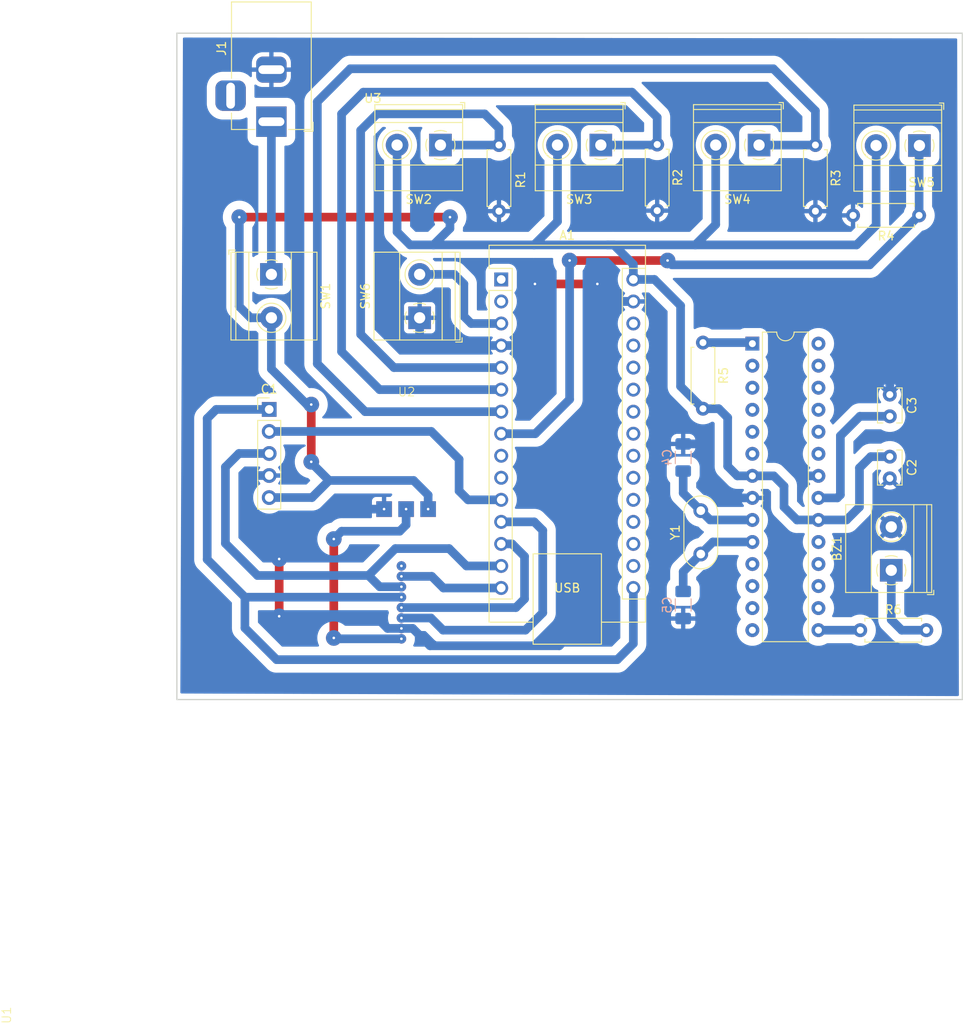
<source format=kicad_pcb>
(kicad_pcb (version 20221018) (generator pcbnew)
  (layers (0 "F.Cu" signal) (31 "B.Cu" signal) (34 "B.Paste" user) (35 "F.Paste" user) (36 "B.SilkS" user "B.Silkscreen") (37 "F.SilkS" user "F.Silkscreen") (38 "B.Mask" user) (39 "F.Mask" user) (44 "Edge.Cuts" user))
  (net 0 "")
  (net 3 "/B-RES")
  (net 4 "GND")
  (net 5 "/B-SD")
  (net 6 "/B-OPT")
  (net 7 "/B-SL")
  (net 8 "/B-SV")
  (net 11 "/CS ")
  (net 12 "/CE")
  (net 13 "/CSN")
  (net 14 "/MOSI")
  (net 15 "/MISO")
  (net 16 "/SCK")
  (net 28 "+5V")
  (net 29 "Net-(BZ1--)")
  (net 30 "Net-(U3-AREF)")
  (net 31 "Net-(U3-XTAL1{slash}PB6)")
  (net 32 "Net-(U3-XTAL2{slash}PB7)")
  (net 33 "Net-(SW1-A)")
  (net 34 "Net-(U3-~{RESET}{slash}PC6)")
  (net 35 "/BUZZ")
  (net 36 "+3.3V")
  (footprint "Resistor_THT:R_Axial_DIN0207_L6.3mm_D2.5mm_P7.62mm_Horizontal" (layer "F.Cu") (at 148.78 113.96 -90)
    (fp_text reference "R5" (at 3.81 -2.37 90) (layer "F.SilkS"))
    (fp_text value "10k")
    (pad "1" thru_hole circle (at 0 0 270) (size 1.6 1.6) (drill 0.8) (layers "*.Cu" "*.Mask") (net 34 "Net-(U3-~{RESET}{slash}PC6)"))
    (pad "2" thru_hole oval (at 7.62 0 270) (size 1.6 1.6) (drill 0.8) (layers "*.Cu" "*.Mask") (net 28 "+5V"))
  )
  (footprint "Package_DIP:DIP-28_W7.62mm" (layer "F.Cu") (at 154.48 114.08)
    (fp_text reference "U3" (at -43.77 -28.27) (layer "F.SilkS"))
    (fp_text value "ATmega328P-P")
    (pad "1" thru_hole rect (at 0 0) (size 1.6 1.6) (drill 0.8) (layers "*.Cu" "*.Mask") (net 34 "Net-(U3-~{RESET}{slash}PC6)"))
    (pad "2" thru_hole oval (at 0 2.54) (size 1.6 1.6) (drill 0.8) (layers "*.Cu" "*.Mask"))
    (pad "3" thru_hole oval (at 0 5.08) (size 1.6 1.6) (drill 0.8) (layers "*.Cu" "*.Mask"))
    (pad "4" thru_hole oval (at 0 7.62) (size 1.6 1.6) (drill 0.8) (layers "*.Cu" "*.Mask"))
    (pad "5" thru_hole oval (at 0 10.16) (size 1.6 1.6) (drill 0.8) (layers "*.Cu" "*.Mask"))
    (pad "6" thru_hole oval (at 0 12.7) (size 1.6 1.6) (drill 0.8) (layers "*.Cu" "*.Mask"))
    (pad "7" thru_hole oval (at 0 15.24) (size 1.6 1.6) (drill 0.8) (layers "*.Cu" "*.Mask") (net 28 "+5V"))
    (pad "8" thru_hole oval (at 0 17.78) (size 1.6 1.6) (drill 0.8) (layers "*.Cu" "*.Mask") (net 4 "GND"))
    (pad "9" thru_hole oval (at 0 20.32) (size 1.6 1.6) (drill 0.8) (layers "*.Cu" "*.Mask") (net 31 "Net-(U3-XTAL1{slash}PB6)"))
    (pad "10" thru_hole oval (at 0 22.86) (size 1.6 1.6) (drill 0.8) (layers "*.Cu" "*.Mask") (net 32 "Net-(U3-XTAL2{slash}PB7)"))
    (pad "11" thru_hole oval (at 0 25.4) (size 1.6 1.6) (drill 0.8) (layers "*.Cu" "*.Mask"))
    (pad "12" thru_hole oval (at 0 27.94) (size 1.6 1.6) (drill 0.8) (layers "*.Cu" "*.Mask"))
    (pad "13" thru_hole oval (at 0 30.48) (size 1.6 1.6) (drill 0.8) (layers "*.Cu" "*.Mask"))
    (pad "14" thru_hole oval (at 0 33.02) (size 1.6 1.6) (drill 0.8) (layers "*.Cu" "*.Mask"))
    (pad "15" thru_hole oval (at 7.62 33.02) (size 1.6 1.6) (drill 0.8) (layers "*.Cu" "*.Mask") (net 35 "/BUZZ"))
    (pad "16" thru_hole oval (at 7.62 30.48) (size 1.6 1.6) (drill 0.8) (layers "*.Cu" "*.Mask"))
    (pad "17" thru_hole oval (at 7.62 27.94) (size 1.6 1.6) (drill 0.8) (layers "*.Cu" "*.Mask"))
    (pad "18" thru_hole oval (at 7.62 25.4) (size 1.6 1.6) (drill 0.8) (layers "*.Cu" "*.Mask"))
    (pad "19" thru_hole oval (at 7.62 22.86) (size 1.6 1.6) (drill 0.8) (layers "*.Cu" "*.Mask"))
    (pad "20" thru_hole oval (at 7.62 20.32) (size 1.6 1.6) (drill 0.8) (layers "*.Cu" "*.Mask") (net 28 "+5V"))
    (pad "21" thru_hole oval (at 7.62 17.78) (size 1.6 1.6) (drill 0.8) (layers "*.Cu" "*.Mask") (net 30 "Net-(U3-AREF)"))
    (pad "22" thru_hole oval (at 7.62 15.24) (size 1.6 1.6) (drill 0.8) (layers "*.Cu" "*.Mask") (net 4 "GND"))
    (pad "23" thru_hole oval (at 7.62 12.7) (size 1.6 1.6) (drill 0.8) (layers "*.Cu" "*.Mask"))
    (pad "24" thru_hole oval (at 7.62 10.16) (size 1.6 1.6) (drill 0.8) (layers "*.Cu" "*.Mask"))
    (pad "25" thru_hole oval (at 7.62 7.62) (size 1.6 1.6) (drill 0.8) (layers "*.Cu" "*.Mask"))
    (pad "26" thru_hole oval (at 7.62 5.08) (size 1.6 1.6) (drill 0.8) (layers "*.Cu" "*.Mask"))
    (pad "27" thru_hole oval (at 7.62 2.54) (size 1.6 1.6) (drill 0.8) (layers "*.Cu" "*.Mask"))
    (pad "28" thru_hole oval (at 7.62 0) (size 1.6 1.6) (drill 0.8) (layers "*.Cu" "*.Mask"))
  )
  (footprint "Connector_PinHeader_2.54mm:PinHeader_1x05_P2.54mm_Vertical" (layer "F.Cu") (at 98.75 121.66)
    (fp_text reference "C1" (at 0 -2.33) (layer "F.SilkS"))
    (fp_text value "Conn_01x05_Male")
    (pad "1" thru_hole rect (at 0 0) (size 1.7 1.7) (drill 1) (layers "*.Cu" "*.Mask") (net 16 "/SCK"))
    (pad "2" thru_hole oval (at 0 2.54) (size 1.7 1.7) (drill 1) (layers "*.Cu" "*.Mask") (net 11 "/CS "))
    (pad "3" thru_hole oval (at 0 5.08) (size 1.7 1.7) (drill 1) (layers "*.Cu" "*.Mask") (net 14 "/MOSI"))
    (pad "4" thru_hole oval (at 0 7.62) (size 1.7 1.7) (drill 1) (layers "*.Cu" "*.Mask") (net 4 "GND"))
    (pad "5" thru_hole oval (at 0 10.16) (size 1.7 1.7) (drill 1) (layers "*.Cu" "*.Mask") (net 28 "+5V"))
  )
  (footprint "Resistor_THT:R_Axial_DIN0207_L6.3mm_D2.5mm_P7.62mm_Horizontal" (layer "F.Cu") (at 173.71 99.3 180)
    (fp_text reference "R4" (at 3.81 -2.37) (layer "F.SilkS"))
    (fp_text value "10k")
    (pad "1" thru_hole circle (at 0 0 180) (size 1.6 1.6) (drill 0.8) (layers "*.Cu" "*.Mask") (net 8 "/B-SV"))
    (pad "2" thru_hole oval (at 7.62 0 180) (size 1.6 1.6) (drill 0.8) (layers "*.Cu" "*.Mask") (net 4 "GND"))
  )
  (footprint "Resistor_THT:R_Axial_DIN0207_L6.3mm_D2.5mm_P7.62mm_Horizontal" (layer "F.Cu") (at 161.75 91.19 -90)
    (fp_text reference "R3" (at 3.81 -2.37 90) (layer "F.SilkS"))
    (fp_text value "10k")
    (pad "1" thru_hole circle (at 0 0 270) (size 1.6 1.6) (drill 0.8) (layers "*.Cu" "*.Mask") (net 7 "/B-SL"))
    (pad "2" thru_hole oval (at 7.62 0 270) (size 1.6 1.6) (drill 0.8) (layers "*.Cu" "*.Mask") (net 4 "GND"))
  )
  (footprint "Resistor_THT:R_Axial_DIN0207_L6.3mm_D2.5mm_P7.62mm_Horizontal" (layer "F.Cu") (at 125.25 91.19 -90)
    (fp_text reference "R1" (at 4.01 -2.5 90) (layer "F.SilkS"))
    (fp_text value "10k")
    (pad "1" thru_hole circle (at 0 0 270) (size 1.6 1.6) (drill 0.8) (layers "*.Cu" "*.Mask") (net 5 "/B-SD"))
    (pad "2" thru_hole oval (at 7.62 0 270) (size 1.6 1.6) (drill 0.8) (layers "*.Cu" "*.Mask") (net 4 "GND"))
  )
  (footprint "TerminalBlock_Phoenix:TerminalBlock_Phoenix_MKDS-1,5-2_1x02_P5.00mm_Horizontal" (layer "F.Cu") (at 99 106.1 -90)
    (fp_text reference "SW1" (at 2.5 -6.26 90) (layer "F.SilkS"))
    (fp_text value "SW_SPST")
    (pad "1" thru_hole rect (at 0 0 270) (size 2.6 2.6) (drill 1.3) (layers "*.Cu" "*.Mask") (net 33 "Net-(SW1-A)"))
    (pad "2" thru_hole circle (at 5 0 270) (size 2.6 2.6) (drill 1.3) (layers "*.Cu" "*.Mask") (net 28 "+5V"))
  )
  (footprint "TerminalBlock_Phoenix:TerminalBlock_Phoenix_MKDS-1,5-2_1x02_P5.00mm_Horizontal" (layer "F.Cu") (at 116.1 111.1 90)
    (fp_text reference "SW6" (at 2.5 -6.26 90) (layer "F.SilkS"))
    (fp_text value "SW_Push")
    (pad "1" thru_hole rect (at 0 0 90) (size 2.6 2.6) (drill 1.3) (layers "*.Cu" "*.Mask") (net 4 "GND"))
    (pad "2" thru_hole circle (at 5 0 90) (size 2.6 2.6) (drill 1.3) (layers "*.Cu" "*.Mask") (net 3 "/B-RES"))
  )
  (footprint "TerminalBlock_Phoenix:TerminalBlock_Phoenix_MKDS-1,5-2_1x02_P5.00mm_Horizontal" (layer "F.Cu") (at 137 91.195 180)
    (fp_text reference "SW3" (at 2.5 -6.26) (layer "F.SilkS"))
    (fp_text value "SW_Push")
    (pad "1" thru_hole rect (at 0 0 180) (size 2.6 2.6) (drill 1.3) (layers "*.Cu" "*.Mask") (net 6 "/B-OPT"))
    (pad "2" thru_hole circle (at 5 0 180) (size 2.6 2.6) (drill 1.3) (layers "*.Cu" "*.Mask") (net 28 "+5V"))
  )
  (footprint "Resistor_THT:R_Axial_DIN0207_L6.3mm_D2.5mm_P7.62mm_Horizontal" (layer "F.Cu") (at 166.92 147.105)
    (fp_text reference "R6" (at 3.81 -2.37) (layer "F.SilkS"))
    (fp_text value "100")
    (pad "1" thru_hole circle (at 0 0) (size 1.6 1.6) (drill 0.8) (layers "*.Cu" "*.Mask") (net 35 "/BUZZ"))
    (pad "2" thru_hole oval (at 7.62 0) (size 1.6 1.6) (drill 0.8) (layers "*.Cu" "*.Mask") (net 29 "Net-(BZ1--)"))
  )
  (footprint "Resistor_THT:R_Axial_DIN0207_L6.3mm_D2.5mm_P7.62mm_Horizontal" (layer "F.Cu") (at 143.5 91.13 -90)
    (fp_text reference "R2" (at 3.81 -2.37 90) (layer "F.SilkS"))
    (fp_text value "10k")
    (pad "1" thru_hole circle (at 0 0 270) (size 1.6 1.6) (drill 0.8) (layers "*.Cu" "*.Mask") (net 6 "/B-OPT"))
    (pad "2" thru_hole oval (at 7.62 0 270) (size 1.6 1.6) (drill 0.8) (layers "*.Cu" "*.Mask") (net 4 "GND"))
  )
  (footprint "Scoreboard:NRF24L01" (layer "F.Cu") (at 94.9 143.9 90)
    (fp_text reference "U1" (at -47.58 -26.44 90 unlocked) (layer "F.SilkS") (effects (font (thickness 0.1))))
    (fp_text value "NRF24L01_Breakout")
    (pad "1" thru_hole circle (at -3 19.1 90) (size 1.1 1.1) (drill 0.3) (layers "*.Cu" "*.Mask") (net 4 "GND"))
    (pad "2" thru_hole circle (at -4.2 19.1 90) (size 1.1 1.1) (drill 0.3) (layers "*.Cu" "*.Mask") (net 36 "+3.3V"))
    (pad "3" thru_hole circle (at -1.8 19.1 90) (size 1.1 1.1) (drill 0.3) (layers "*.Cu" "*.Mask") (net 12 "/CE"))
    (pad "4" thru_hole circle (at -0.6 19.1 90) (size 1.1 1.1) (drill 0.3) (layers "*.Cu" "*.Mask") (net 13 "/CSN"))
    (pad "5" thru_hole circle (at 0.6 19.1 90) (size 1.1 1.1) (drill 0.3) (layers "*.Cu" "*.Mask") (net 16 "/SCK"))
    (pad "6" thru_hole circle (at 1.8 19.1 90) (size 1.1 1.1) (drill 0.3) (layers "*.Cu" "*.Mask") (net 14 "/MOSI"))
    (pad "7" thru_hole circle (at 3 19.1 90) (size 1.1 1.1) (drill 0.3) (layers "*.Cu" "*.Mask") (net 15 "/MISO"))
    (pad "8" thru_hole circle (at 4.2 19.1 90) (size 1.1 1.1) (drill 0.3) (layers "*.Cu" "*.Mask"))
  )
  (footprint "Capacitor_THT:C_Disc_D3.8mm_W2.6mm_P2.50mm" (layer "F.Cu") (at 170.33 119.955 -90)
    (fp_text reference "C3" (at 1.25 -2.55 90) (layer "F.SilkS"))
    (fp_text value "100nF")
    (pad "1" thru_hole circle (at 0 0 270) (size 1.6 1.6) (drill 0.8) (layers "*.Cu" "*.Mask") (net 4 "GND"))
    (pad "2" thru_hole circle (at 2.5 0 270) (size 1.6 1.6) (drill 0.8) (layers "*.Cu" "*.Mask") (net 30 "Net-(U3-AREF)"))
  )
  (footprint "Scoreboard:AMS1117" (layer "F.Cu") (at 114.6 120.15)
    (fp_text reference "U2" (at 0 -0.5 unlocked) (layer "F.SilkS") (effects (font (thickness 0.1))))
    (fp_text value "AMS1117-3.3_module")
    (pad "1" thru_hole rect (at 2.48 13) (size 1.8 1.8) (drill 0.3) (layers "*.Cu" "*.Mask") (net 28 "+5V"))
    (pad "2" thru_hole rect (at -0.06 13) (size 1.8 1.8) (drill 0.3) (layers "*.Cu" "*.Mask") (net 36 "+3.3V"))
    (pad "3" thru_hole rect (at -2.6 13) (size 1.8 1.8) (drill 0.3) (layers "*.Cu" "*.Mask") (net 4 "GND"))
  )
  (footprint "TerminalBlock_Phoenix:TerminalBlock_Phoenix_MKDS-1,5-2_1x02_P5.00mm_Horizontal" (layer "F.Cu") (at 170.5 140.2 90)
    (fp_text reference "BZ1" (at 2.5 -6.26 90) (layer "F.SilkS"))
    (fp_text value "Buzzer")
    (pad "1" thru_hole rect (at 0 0 90) (size 2.6 2.6) (drill 1.3) (layers "*.Cu" "*.Mask") (net 29 "Net-(BZ1--)"))
    (pad "2" thru_hole circle (at 5 0 90) (size 2.6 2.6) (drill 1.3) (layers "*.Cu" "*.Mask") (net 4 "GND"))
  )
  (footprint "TerminalBlock_Phoenix:TerminalBlock_Phoenix_MKDS-1,5-2_1x02_P5.00mm_Horizontal" (layer "F.Cu") (at 118.5 91.195 180)
    (fp_text reference "SW2" (at 2.5 -6.26) (layer "F.SilkS"))
    (fp_text value "SW_SPST")
    (pad "1" thru_hole rect (at 0 0 180) (size 2.6 2.6) (drill 1.3) (layers "*.Cu" "*.Mask") (net 5 "/B-SD"))
    (pad "2" thru_hole circle (at 5 0 180) (size 2.6 2.6) (drill 1.3) (layers "*.Cu" "*.Mask") (net 28 "+5V"))
  )
  (footprint "TerminalBlock_Phoenix:TerminalBlock_Phoenix_MKDS-1,5-2_1x02_P5.00mm_Horizontal" (layer "F.Cu") (at 173.75 91.25 180)
    (fp_text reference "SW5" (at -0.25 -4.25) (layer "F.SilkS"))
    (fp_text value "SW_Push")
    (pad "1" thru_hole rect (at 0 0 180) (size 2.6 2.6) (drill 1.3) (layers "*.Cu" "*.Mask") (net 8 "/B-SV"))
    (pad "2" thru_hole circle (at 5 0 180) (size 2.6 2.6) (drill 1.3) (layers "*.Cu" "*.Mask") (net 28 "+5V"))
  )
  (footprint "TerminalBlock_Phoenix:TerminalBlock_Phoenix_MKDS-1,5-2_1x02_P5.00mm_Horizontal" (layer "F.Cu") (at 155.25 91.195 180)
    (fp_text reference "SW4" (at 2.5 -6.26) (layer "F.SilkS"))
    (fp_text value "SW_Push")
    (pad "1" thru_hole rect (at 0 0 180) (size 2.6 2.6) (drill 1.3) (layers "*.Cu" "*.Mask") (net 7 "/B-SL"))
    (pad "2" thru_hole circle (at 5 0 180) (size 2.6 2.6) (drill 1.3) (layers "*.Cu" "*.Mask") (net 28 "+5V"))
  )
  (footprint "Capacitor_THT:C_Disc_D3.8mm_W2.6mm_P2.50mm" (layer "F.Cu") (at 170.33 127.105 -90)
    (fp_text reference "C2" (at 1.25 -2.55 90) (layer "F.SilkS"))
    (fp_text value "100nF")
    (pad "1" thru_hole circle (at 0 0 270) (size 1.6 1.6) (drill 0.8) (layers "*.Cu" "*.Mask") (net 28 "+5V"))
    (pad "2" thru_hole circle (at 2.5 0 270) (size 1.6 1.6) (drill 0.8) (layers "*.Cu" "*.Mask") (net 4 "GND"))
  )
  (footprint "Crystal:Resonator-2Pin_W8.0mm_H3.5mm" (layer "F.Cu") (at 148.53 138.33 90)
    (fp_text reference "Y1" (at 2.5 -2.95 90) (layer "F.SilkS"))
    (fp_text value "Crystal")
    (pad "1" thru_hole circle (at 0 0 90) (size 1.7 1.7) (drill 1) (layers "*.Cu" "*.Mask") (net 32 "Net-(U3-XTAL2{slash}PB7)"))
    (pad "2" thru_hole circle (at 5 0 90) (size 1.7 1.7) (drill 1) (layers "*.Cu" "*.Mask") (net 31 "Net-(U3-XTAL1{slash}PB6)"))
  )
  (footprint "Connector_BarrelJack:BarrelJack_Horizontal" (layer "F.Cu") (at 99 88.5 -90)
    (fp_text reference "J1" (at -8.45 5.75 90) (layer "F.SilkS"))
    (fp_text value "Jack-DC")
    (pad "1" thru_hole rect (at 0 0 270) (size 3.5 3.5) (drill oval 1 3) (layers "*.Cu" "*.Mask") (net 33 "Net-(SW1-A)"))
    (pad "2" thru_hole roundrect (at -6 0 270) (size 3 3.5) (drill oval 1 3) (layers "*.Cu" "*.Mask") (net 4 "GND"))
    (pad "3" thru_hole roundrect (at -3 4.7 270) (size 3.5 3.5) (drill oval 3 1) (layers "*.Cu" "*.Mask"))
  )
  (footprint "Module:Arduino_Nano" (layer "F.Cu") (at 125.51 106.68)
    (fp_text reference "A1" (at 7.62 -5.08) (layer "F.SilkS"))
    (fp_text value "Arduino_Nano_v3.x")
    (fp_text user "USB" (at 7.62 35.56 unlocked) (layer "F.SilkS"))
    (pad "1" thru_hole rect (at 0 0) (size 1.6 1.6) (drill 1) (layers "*.Cu" "*.Mask"))
    (pad "2" thru_hole oval (at 0 2.54) (size 1.6 1.6) (drill 1) (layers "*.Cu" "*.Mask"))
    (pad "3" thru_hole oval (at 0 5.08) (size 1.6 1.6) (drill 1) (layers "*.Cu" "*.Mask") (net 3 "/B-RES"))
    (pad "4" thru_hole oval (at 0 7.62) (size 1.6 1.6) (drill 1) (layers "*.Cu" "*.Mask") (net 4 "GND"))
    (pad "5" thru_hole oval (at 0 10.16) (size 1.6 1.6) (drill 1) (layers "*.Cu" "*.Mask") (net 5 "/B-SD"))
    (pad "6" thru_hole oval (at 0 12.7) (size 1.6 1.6) (drill 1) (layers "*.Cu" "*.Mask") (net 6 "/B-OPT"))
    (pad "7" thru_hole oval (at 0 15.24) (size 1.6 1.6) (drill 1) (layers "*.Cu" "*.Mask") (net 7 "/B-SL"))
    (pad "8" thru_hole oval (at 0 17.78) (size 1.6 1.6) (drill 1) (layers "*.Cu" "*.Mask") (net 8 "/B-SV"))
    (pad "9" thru_hole oval (at 0 20.32) (size 1.6 1.6) (drill 1) (layers "*.Cu" "*.Mask"))
    (pad "10" thru_hole oval (at 0 22.86) (size 1.6 1.6) (drill 1) (layers "*.Cu" "*.Mask"))
    (pad "11" thru_hole oval (at 0 25.4) (size 1.6 1.6) (drill 1) (layers "*.Cu" "*.Mask") (net 11 "/CS "))
    (pad "12" thru_hole oval (at 0 27.94) (size 1.6 1.6) (drill 1) (layers "*.Cu" "*.Mask") (net 12 "/CE"))
    (pad "13" thru_hole oval (at 0 30.48) (size 1.6 1.6) (drill 1) (layers "*.Cu" "*.Mask") (net 13 "/CSN"))
    (pad "14" thru_hole oval (at 0 33.02) (size 1.6 1.6) (drill 1) (layers "*.Cu" "*.Mask") (net 14 "/MOSI"))
    (pad "15" thru_hole oval (at 0 35.56) (size 1.6 1.6) (drill 1) (layers "*.Cu" "*.Mask") (net 15 "/MISO"))
    (pad "16" thru_hole oval (at 15.24 35.56) (size 1.6 1.6) (drill 1) (layers "*.Cu" "*.Mask") (net 16 "/SCK"))
    (pad "17" thru_hole oval (at 15.24 33.02) (size 1.6 1.6) (drill 1) (layers "*.Cu" "*.Mask"))
    (pad "18" thru_hole oval (at 15.24 30.48) (size 1.6 1.6) (drill 1) (layers "*.Cu" "*.Mask"))
    (pad "19" thru_hole oval (at 15.24 27.94) (size 1.6 1.6) (drill 1) (layers "*.Cu" "*.Mask"))
    (pad "20" thru_hole oval (at 15.24 25.4) (size 1.6 1.6) (drill 1) (layers "*.Cu" "*.Mask"))
    (pad "21" thru_hole oval (at 15.24 22.86) (size 1.6 1.6) (drill 1) (layers "*.Cu" "*.Mask"))
    (pad "22" thru_hole oval (at 15.24 20.32) (size 1.6 1.6) (drill 1) (layers "*.Cu" "*.Mask"))
    (pad "23" thru_hole oval (at 15.24 17.78) (size 1.6 1.6) (drill 1) (layers "*.Cu" "*.Mask"))
    (pad "24" thru_hole oval (at 15.24 15.24) (size 1.6 1.6) (drill 1) (layers "*.Cu" "*.Mask"))
    (pad "25" thru_hole oval (at 15.24 12.7) (size 1.6 1.6) (drill 1) (layers "*.Cu" "*.Mask"))
    (pad "26" thru_hole oval (at 15.24 10.16) (size 1.6 1.6) (drill 1) (layers "*.Cu" "*.Mask"))
    (pad "27" thru_hole oval (at 15.24 7.62) (size 1.6 1.6) (drill 1) (layers "*.Cu" "*.Mask"))
    (pad "28" thru_hole oval (at 15.24 5.08) (size 1.6 1.6) (drill 1) (layers "*.Cu" "*.Mask"))
    (pad "29" thru_hole oval (at 15.24 2.54) (size 1.6 1.6) (drill 1) (layers "*.Cu" "*.Mask") (net 4 "GND"))
    (pad "30" thru_hole oval (at 15.24 0) (size 1.6 1.6) (drill 1) (layers "*.Cu" "*.Mask") (net 28 "+5V"))
  )
  (footprint "Capacitor_SMD:C_1206_3216Metric_Pad1.33x1.80mm_HandSolder" (layer "B.Cu") (at 146.5 144.2 -90)
    (fp_text reference "C5" (at 0 1.85 90) (layer "B.SilkS") (effects (justify mirror)))
    (fp_text value "22pF")
    (pad "1" smd roundrect (at -1.5625 0 270) (size 1.325 1.8) (layers "B.Cu" "B.Paste" "B.Mask") (roundrect_rratio 0.188679) (net 32 "Net-(U3-XTAL2{slash}PB7)"))
    (pad "2" smd roundrect (at 1.5625 0 270) (size 1.325 1.8) (layers "B.Cu" "B.Paste" "B.Mask") (roundrect_rratio 0.188679) (net 4 "GND"))
  )
  (footprint "Capacitor_SMD:C_1206_3216Metric_Pad1.33x1.80mm_HandSolder" (layer "B.Cu") (at 146.5 127.2 -90)
    (fp_text reference "C4" (at 0 1.85 90) (layer "B.SilkS") (effects (justify mirror)))
    (fp_text value "22pF")
    (pad "1" smd roundrect (at -1.5625 0 270) (size 1.325 1.8) (layers "B.Cu" "B.Paste" "B.Mask") (roundrect_rratio 0.188679) (net 4 "GND"))
    (pad "2" smd roundrect (at 1.5625 0 270) (size 1.325 1.8) (layers "B.Cu" "B.Paste" "B.Mask") (roundrect_rratio 0.188679) (net 31 "Net-(U3-XTAL1{slash}PB6)"))
  )
  (gr_rect (start 88.1 78.3) (end 178.7 155.1) (stroke (width 0.15)) (fill none) (layer "Edge.Cuts"))
  (segment (start 122.04 111.76) (end 125.51 111.76) (width 1) (layer "B.Cu") (net 3))
  (segment (start 116.1 106.1) (end 120.1 106.1) (width 1) (layer "B.Cu") (net 3))
  (segment (start 121.2 107.2) (end 121.2 110.92) (width 1) (layer "B.Cu") (net 3))
  (segment (start 121.2 110.92) (end 122.04 111.76) (width 1) (layer "B.Cu") (net 3))
  (segment (start 120.1 106.1) (end 121.2 107.2) (width 1) (layer "B.Cu") (net 3))
  (segment (start 99.9 138.9) (end 99.9 145.5) (width 1) (layer "F.Cu") (net 4))
  (segment (start 136.6 107.2) (end 129.4 107.2) (width 1) (layer "F.Cu") (net 4))
  (via (at 99.9 138.9) (size 1.8) (drill 0.3) (layers "F.Cu" "B.Cu") (net 4))
  (via (at 129.4 107.2) (size 1.8) (drill 0.3) (layers "F.Cu" "B.Cu") (net 4))
  (via (at 99.9 145.5) (size 1.8) (drill 0.3) (layers "F.Cu" "B.Cu") (net 4))
  (via (at 136.6 107.2) (size 1.8) (drill 0.3) (layers "F.Cu" "B.Cu") (net 4))
  (segment (start 97 134.2) (end 95.8 133) (width 1) (layer "B.Cu") (net 4))
  (segment (start 95.8 130.3) (end 96.82 129.28) (width 1) (layer "B.Cu") (net 4))
  (segment (start 115.3 146.9) (end 114 146.9) (width 1) (layer "B.Cu") (net 4))
  (segment (start 170.33 113.03) (end 170.33 119.955) (width 1) (layer "B.Cu") (net 4))
  (segment (start 149.2 129.7) (end 149.2 126.4) (width 1) (layer "B.Cu") (net 4))
  (segment (start 167.9 110.6) (end 170.33 113.03) (width 1) (layer "B.Cu") (net 4))
  (segment (start 160.6 110.6) (end 167.9 110.6) (width 1) (layer "B.Cu") (net 4))
  (segment (start 138.18 109.22) (end 137 110.4) (width 1) (layer "B.Cu") (net 4))
  (segment (start 132.2 148.9) (end 117.3 148.9) (width 1) (layer "B.Cu") (net 4))
  (segment (start 95.8 133) (end 95.8 130.3) (width 1) (layer "B.Cu") (net 4))
  (segment (start 137 144.1) (end 132.2 148.9) (width 1) (layer "B.Cu") (net 4))
  (segment (start 158.7 127.7) (end 158.7 112.5) (width 1) (layer "B.Cu") (net 4))
  (segment (start 111 145.5) (end 99.9 145.5) (width 1) (layer "B.Cu") (net 4))
  (segment (start 160.32 129.32) (end 158.7 127.7) (width 1) (layer "B.Cu") (net 4))
  (segment (start 129.4 112.9) (end 128 114.3) (width 1) (layer "B.Cu") (net 4))
  (segment (start 162.1 129.32) (end 160.32 129.32) (width 1) (layer "B.Cu") (net 4))
  (segment (start 148.4375 125.6375) (end 146.5 125.6375) (width 1) (layer "B.Cu") (net 4))
  (segment (start 125.51 114.3) (end 117.2 114.3) (width 1) (layer "B.Cu") (net 4))
  (segment (start 154.48 131.86) (end 151.36 131.86) (width 1) (layer "B.Cu") (net 4))
  (segment (start 99.9 138.9) (end 99.9 137.1) (width 1) (layer "B.Cu") (net 4))
  (segment (start 117.3 148.9) (end 115.3 146.9) (width 1) (layer "B.Cu") (net 4))
  (segment (start 99.9 137.1) (end 97 134.2) (width 1) (layer "B.Cu") (net 4))
  (segment (start 158.7 112.5) (end 160.6 110.6) (width 1) (layer "B.Cu") (net 4))
  (segment (start 151.36 131.86) (end 149.2 129.7) (width 1) (layer "B.Cu") (net 4))
  (segment (start 104.8 134.2) (end 97 134.2) (width 1) (layer "B.Cu") (net 4))
  (segment (start 112 133.15) (end 105.85 133.15) (width 1) (layer "B.Cu") (net 4))
  (segment (start 117.2 114.3) (end 116.1 113.2) (width 1) (layer "B.Cu") (net 4))
  (segment (start 140.75 109.22) (end 138.18 109.22) (width 1) (layer "B.Cu") (net 4))
  (segment (start 149.2 126.4) (end 148.4375 125.6375) (width 1) (layer "B.Cu") (net 4))
  (segment (start 112.4 146.9) (end 111 145.5) (width 1) (layer "B.Cu") (net 4))
  (segment (start 129.4 107.2) (end 129.4 112.9) (width 1) (layer "B.Cu") (net 4))
  (segment (start 114 146.9) (end 112.4 146.9) (width 1) (layer "B.Cu") (net 4))
  (segment (start 128 114.3) (end 125.51 114.3) (width 1) (layer "B.Cu") (net 4))
  (segment (start 137 110.4) (end 137 144.1) (width 1) (layer "B.Cu") (net 4))
  (segment (start 140.75 109.22) (end 138.62 109.22) (width 1) (layer "B.Cu") (net 4))
  (segment (start 96.82 129.28) (end 98.75 129.28) (width 1) (layer "B.Cu") (net 4))
  (segment (start 105.85 133.15) (end 104.8 134.2) (width 1) (layer "B.Cu") (net 4))
  (segment (start 116.1 113.2) (end 116.1 111.1) (width 1) (layer "B.Cu") (net 4))
  (segment (start 138.62 109.22) (end 136.6 107.2) (width 1) (layer "B.Cu") (net 4))
  (segment (start 125.25 91.19) (end 125.25 89.25) (width 1) (layer "B.Cu") (net 5))
  (segment (start 125.25 89.25) (end 123.6 87.6) (width 1) (layer "B.Cu") (net 5))
  (segment (start 111.2 87.6) (end 109.3 89.5) (width 1) (layer "B.Cu") (net 5))
  (segment (start 113.14 116.84) (end 125.51 116.84) (width 1) (layer "B.Cu") (net 5))
  (segment (start 125.245 91.195) (end 125.25 91.19) (width 1) (layer "B.Cu") (net 5))
  (segment (start 123.6 87.6) (end 111.2 87.6) (width 1) (layer "B.Cu") (net 5))
  (segment (start 118.5 91.195) (end 125.245 91.195) (width 1) (layer "B.Cu") (net 5))
  (segment (start 109.3 113) (end 113.14 116.84) (width 1) (layer "B.Cu") (net 5))
  (segment (start 109.3 89.5) (end 109.3 113) (width 1) (layer "B.Cu") (net 5))
  (segment (start 140.6 85.1) (end 109.6 85.1) (width 1) (layer "B.Cu") (net 6))
  (segment (start 107.1 115) (end 111.48 119.38) (width 1) (layer "B.Cu") (net 6))
  (segment (start 137 91.195) (end 143.435 91.195) (width 1) (layer "B.Cu") (net 6))
  (segment (start 143.5 91.13) (end 143.5 88) (width 1) (layer "B.Cu") (net 6))
  (segment (start 111.48 119.38) (end 125.51 119.38) (width 1) (layer "B.Cu") (net 6))
  (segment (start 107.1 87.6) (end 107.1 115) (width 1) (layer "B.Cu") (net 6))
  (segment (start 143.5 88) (end 140.6 85.1) (width 1) (layer "B.Cu") (net 6))
  (segment (start 109.6 85.1) (end 107.1 87.6) (width 1) (layer "B.Cu") (net 6))
  (segment (start 143.435 91.195) (end 143.5 91.13) (width 1) (layer "B.Cu") (net 6))
  (segment (start 155.25 91.195) (end 161.745 91.195) (width 1) (layer "B.Cu") (net 7))
  (segment (start 156.9 82.4) (end 108.1 82.4) (width 1) (layer "B.Cu") (net 7))
  (segment (start 104.3 86.2) (end 104.3 116.4) (width 1) (layer "B.Cu") (net 7))
  (segment (start 108.1 82.4) (end 104.3 86.2) (width 1) (layer "B.Cu") (net 7))
  (segment (start 109.82 121.92) (end 125.51 121.92) (width 1) (layer "B.Cu") (net 7))
  (segment (start 104.3 116.4) (end 109.82 121.92) (width 1) (layer "B.Cu") (net 7))
  (segment (start 161.75 87.25) (end 156.9 82.4) (width 1) (layer "B.Cu") (net 7))
  (segment (start 161.745 91.195) (end 161.75 91.19) (width 1) (layer "B.Cu") (net 7))
  (segment (start 161.75 91.19) (end 161.75 87.25) (width 1) (layer "B.Cu") (net 7))
  (segment (start 133.4 104.5) (end 144.7 104.5) (width 1) (layer "F.Cu") (net 8))
  (via (at 144.7 104.5) (size 1.8) (drill 0.3) (layers "F.Cu" "B.Cu") (net 8))
  (via (at 133.4 104.5) (size 1.8) (drill 0.3) (layers "F.Cu" "B.Cu") (net 8))
  (segment (start 145.2 105) (end 168.01 105) (width 1) (layer "B.Cu") (net 8))
  (segment (start 133.4 120.5) (end 133.4 104.5) (width 1) (layer "B.Cu") (net 8))
  (segment (start 173.71 99.3) (end 173.71 91.29) (width 1) (layer "B.Cu") (net 8))
  (segment (start 173.71 99.3) (end 168.01 105) (width 1) (layer "B.Cu") (net 8))
  (segment (start 173.71 91.29) (end 173.75 91.25) (width 1) (layer "B.Cu") (net 8))
  (segment (start 144.7 104.5) (end 145.2 105) (width 1) (layer "B.Cu") (net 8))
  (segment (start 125.51 124.46) (end 129.44 124.46) (width 1) (layer "B.Cu") (net 8))
  (segment (start 129.44 124.46) (end 133.4 120.5) (width 1) (layer "B.Cu") (net 8))
  (segment (start 120.65 131.05) (end 121.68 132.08) (width 1) (layer "B.Cu") (net 11))
  (segment (start 121.68 132.08) (end 125.51 132.08) (width 1) (layer "B.Cu") (net 11))
  (segment (start 117.45 124.2) (end 120.65 127.4) (width 1) (layer "B.Cu") (net 11))
  (segment (start 98.75 124.2) (end 117.45 124.2) (width 1) (layer "B.Cu") (net 11))
  (segment (start 120.65 127.4) (end 120.65 131.05) (width 1) (layer "B.Cu") (net 11))
  (segment (start 118.8 147.1) (end 128.3 147.1) (width 1) (layer "B.Cu") (net 12))
  (segment (start 130.3 145.1) (end 130.3 135.6) (width 1) (layer "B.Cu") (net 12))
  (segment (start 128.3 147.1) (end 130.3 145.1) (width 1) (layer "B.Cu") (net 12))
  (segment (start 114 145.7) (end 117.4 145.7) (width 1) (layer "B.Cu") (net 12))
  (segment (start 130.3 135.6) (end 129.32 134.62) (width 1) (layer "B.Cu") (net 12))
  (segment (start 117.4 145.7) (end 118.8 147.1) (width 1) (layer "B.Cu") (net 12))
  (segment (start 129.32 134.62) (end 125.51 134.62) (width 1) (layer "B.Cu") (net 12))
  (segment (start 126.76 137.16) (end 125.51 137.16) (width 1) (layer "B.Cu") (net 13))
  (segment (start 128.2 143.5) (end 128.2 138.6) (width 1) (layer "B.Cu") (net 13))
  (segment (start 128.2 138.6) (end 126.76 137.16) (width 1) (layer "B.Cu") (net 13))
  (segment (start 114 144.5) (end 127.2 144.5) (width 1) (layer "B.Cu") (net 13))
  (segment (start 127.2 144.5) (end 128.2 143.5) (width 1) (layer "B.Cu") (net 13))
  (segment (start 125.51 139.7) (end 121.5 139.7) (width 1) (layer "B.Cu") (net 14))
  (segment (start 97.4 140.8) (end 110.2 140.8) (width 1) (layer "B.Cu") (net 14))
  (segment (start 98.75 126.74) (end 95.26 126.74) (width 1) (layer "B.Cu") (net 14))
  (segment (start 111.5 142.1) (end 114 142.1) (width 1) (layer "B.Cu") (net 14))
  (segment (start 119.5 137.7) (end 113.3 137.7) (width 1) (layer "B.Cu") (net 14))
  (segment (start 93.7 128.3) (end 93.7 137.1) (width 1) (layer "B.Cu") (net 14))
  (segment (start 93.7 137.1) (end 97.4 140.8) (width 1) (layer "B.Cu") (net 14))
  (segment (start 110.2 140.8) (end 111.5 142.1) (width 1) (layer "B.Cu") (net 14))
  (segment (start 95.26 126.74) (end 93.7 128.3) (width 1) (layer "B.Cu") (net 14))
  (segment (start 121.5 139.7) (end 119.5 137.7) (width 1) (layer "B.Cu") (net 14))
  (segment (start 113.3 137.7) (end 110.2 140.8) (width 1) (layer "B.Cu") (net 14))
  (segment (start 118.84 142.24) (end 117.5 140.9) (width 1) (layer "B.Cu") (net 15))
  (segment (start 117.5 140.9) (end 114 140.9) (width 1) (layer "B.Cu") (net 15))
  (segment (start 125.51 142.24) (end 118.84 142.24) (width 1) (layer "B.Cu") (net 15))
  (segment (start 99.6 150.5) (end 138.9 150.5) (width 1) (layer "B.Cu") (net 16))
  (segment (start 95.95 143.3) (end 114 143.3) (width 1) (layer "B.Cu") (net 16))
  (segment (start 95.95 143.3) (end 91.6 138.95) (width 1) (layer "B.Cu") (net 16))
  (segment (start 91.6 138.95) (end 91.6 122.7) (width 1) (layer "B.Cu") (net 16))
  (segment (start 95.95 143.4) (end 95.95 146.85) (width 1) (layer "B.Cu") (net 16))
  (segment (start 95.95 143.3) (end 95.95 143.4) (width 1) (layer "B.Cu") (net 16))
  (segment (start 92.64 121.66) (end 91.6 122.7) (width 1) (layer "B.Cu") (net 16))
  (segment (start 95.95 146.85) (end 99.6 150.5) (width 1) (layer "B.Cu") (net 16))
  (segment (start 140.75 148.65) (end 140.75 142.24) (width 1) (layer "B.Cu") (net 16))
  (segment (start 138.9 150.5) (end 140.75 148.65) (width 1) (layer "B.Cu") (net 16))
  (segment (start 98.75 121.66) (end 92.64 121.66) (width 1) (layer "B.Cu") (net 16))
  (segment (start 119.6 99.5) (end 95.3 99.5) (width 1) (layer "F.Cu") (net 28))
  (segment (start 103.6 127.7) (end 103.6 121.1) (width 1) (layer "F.Cu") (net 28))
  (via (at 103.6 127.7) (size 1.8) (drill 0.3) (layers "F.Cu" "B.Cu") (net 28))
  (via (at 95.3 99.5) (size 1.8) (drill 0.3) (layers "F.Cu" "B.Cu") (net 28))
  (via (at 103.6 121.1) (size 1.8) (drill 0.3) (layers "F.Cu" "B.Cu") (net 28))
  (via (at 119.6 99.5) (size 1.8) (drill 0.3) (layers "F.Cu" "B.Cu") (net 28))
  (segment (start 115 102.7) (end 113.5 101.2) (width 1) (layer "B.Cu") (net 28))
  (segment (start 95.3 109.8) (end 96.6 111.1) (width 1) (layer "B.Cu") (net 28))
  (segment (start 166.83 132.905) (end 165.335 134.4) (width 1) (layer "B.Cu") (net 28))
  (segment (start 132 100) (end 129.3 102.7) (width 1) (layer "B.Cu") (net 28))
  (segment (start 150.605 121.58) (end 148.78 121.58) (width 1) (layer "B.Cu") (net 28))
  (segment (start 152.745 129.32) (end 151.63 128.205) (width 1) (layer "B.Cu") (net 28))
  (segment (start 159.63 134.405) (end 159.635 134.4) (width 1) (layer "B.Cu") (net 28))
  (segment (start 99 117) (end 103.1 121.1) (width 1) (layer "B.Cu") (net 28))
  (segment (start 170.33 127.105) (end 168.13 127.105) (width 1) (layer "B.Cu") (net 28))
  (segment (start 158.13 130.505) (end 158.13 132.905) (width 1) (layer "B.Cu") (net 28))
  (segment (start 168.13 127.105) (end 166.83 128.405) (width 1) (layer "B.Cu") (net 28))
  (segment (start 105.65 129.85) (end 115.4 129.85) (width 1) (layer "B.Cu") (net 28))
  (segment (start 166.83 128.405) (end 166.83 132.905) (width 1) (layer "B.Cu") (net 28))
  (segment (start 146.2 119) (end 146.2 109.7) (width 1) (layer "B.Cu") (net 28))
  (segment (start 103.1 121.1) (end 103.6 121.1) (width 1) (layer "B.Cu") (net 28))
  (segment (start 98.75 131.82) (end 103.68 131.82) (width 1) (layer "B.Cu") (net 28))
  (segment (start 147.9 102.7) (end 150.25 100.35) (width 1) (layer "B.Cu") (net 28))
  (segment (start 151.63 128.205) (end 151.63 122.605) (width 1) (layer "B.Cu") (net 28))
  (segment (start 137.8 102.7) (end 147.9 102.7) (width 1) (layer "B.Cu") (net 28))
  (segment (start 129.3 102.7) (end 117.7 102.7) (width 1) (layer "B.Cu") (net 28))
  (segment (start 165.335 134.4) (end 162.1 134.4) (width 1) (layer "B.Cu") (net 28))
  (segment (start 113.5 91.195) (end 113.5 101.2) (width 1) (layer "B.Cu") (net 28))
  (segment (start 115.4 129.85) (end 117.08 131.53) (width 1) (layer "B.Cu") (net 28))
  (segment (start 117.7 102.7) (end 119.6 100.8) (width 1) (layer "B.Cu") (net 28))
  (segment (start 148.78 121.58) (end 146.2 119) (width 1) (layer "B.Cu") (net 28))
  (segment (start 103.68 131.82) (end 105.65 129.85) (width 1) (layer "B.Cu") (net 28))
  (segment (start 129.3 102.7) (end 137.8 102.7) (width 1) (layer "B.Cu") (net 28))
  (segment (start 146.2 109.7) (end 143.18 106.68) (width 1) (layer "B.Cu") (net 28))
  (segment (start 154.48 129.32) (end 156.945 129.32) (width 1) (layer "B.Cu") (net 28))
  (segment (start 99 111.1) (end 99 117) (width 1) (layer "B.Cu") (net 28))
  (segment (start 143.18 106.68) (end 140.75 106.68) (width 1) (layer "B.Cu") (net 28))
  (segment (start 95.3 99.5) (end 95.3 109.8) (width 1) (layer "B.Cu") (net 28))
  (segment (start 147.9 102.7) (end 166.5 102.7) (width 1) (layer "B.Cu") (net 28))
  (segment (start 168.75 100.45) (end 168.75 91.25) (width 1) (layer "B.Cu") (net 28))
  (segment (start 96.6 111.1) (end 99 111.1) (width 1) (layer "B.Cu") (net 28))
  (segment (start 156.945 129.32) (end 158.13 130.505) (width 1) (layer "B.Cu") (net 28))
  (segment (start 140.75 104.95) (end 138.5 102.7) (width 1) (layer "B.Cu") (net 28))
  (segment (start 154.48 129.32) (end 152.745 129.32) (width 1) (layer "B.Cu") (net 28))
  (segment (start 132 91.195) (end 132 100) (width 1) (layer "B.Cu") (net 28))
  (segment (start 140.75 106.68) (end 140.75 104.95) (width 1) (layer "B.Cu") (net 28))
  (segment (start 103.6 127.8) (end 103.6 127.7) (width 1) (layer "B.Cu") (net 28))
  (segment (start 138.5 102.7) (end 137.8 102.7) (width 1) (layer "B.Cu") (net 28))
  (segment (start 117.08 131.53) (end 117.08 133.15) (width 1) (layer "B.Cu") (net 28))
  (segment (start 159.635 134.4) (end 162.1 134.4) (width 1) (layer "B.Cu") (net 28))
  (segment (start 105.65 129.85) (end 103.6 127.8) (width 1) (layer "B.Cu") (net 28))
  (segment (start 166.5 102.7) (end 168.75 100.45) (width 1) (layer "B.Cu") (net 28))
  (segment (start 150.25 100.35) (end 150.25 91.195) (width 1) (layer "B.Cu") (net 28))
  (segment (start 151.63 122.605) (end 150.605 121.58) (width 1) (layer "B.Cu") (net 28))
  (segment (start 158.13 132.905) (end 159.63 134.405) (width 1) (layer "B.Cu") (net 28))
  (segment (start 117.7 102.7) (end 115 102.7) (width 1) (layer "B.Cu") (net 28))
  (segment (start 119.6 100.8) (end 119.6 99.5) (width 1) (layer "B.Cu") (net 28))
  (segment (start 170.5 145.9) (end 171.705 147.105) (width 1) (layer "B.Cu") (net 29))
  (segment (start 170.5 140.2) (end 170.5 145.9) (width 1) (layer "B.Cu") (net 29))
  (segment (start 171.705 147.105) (end 174.54 147.105) (width 1) (layer "B.Cu") (net 29))
  (segment (start 164.63 131.505) (end 164.275 131.86) (width 1) (layer "B.Cu") (net 30))
  (segment (start 164.275 131.86) (end 162.1 131.86) (width 1) (layer "B.Cu") (net 30))
  (segment (start 164.63 124.705) (end 164.63 131.505) (width 1) (layer "B.Cu") (net 30))
  (segment (start 170.33 122.455) (end 166.88 122.455) (width 1) (layer "B.Cu") (net 30))
  (segment (start 166.88 122.455) (end 164.63 124.705) (width 1) (layer "B.Cu") (net 30))
  (segment (start 149.6 134.4) (end 148.53 133.33) (width 1) (layer "B.Cu") (net 31))
  (segment (start 146.5 128.7625) (end 146.5 131.3) (width 1) (layer "B.Cu") (net 31))
  (segment (start 146.5 131.3) (end 148.53 133.33) (width 1) (layer "B.Cu") (net 31))
  (segment (start 154.48 134.4) (end 149.6 134.4) (width 1) (layer "B.Cu") (net 31))
  (segment (start 146.5 142.6375) (end 146.5 140.36) (width 1) (layer "B.Cu") (net 32))
  (segment (start 154.48 136.94) (end 149.92 136.94) (width 1) (layer "B.Cu") (net 32))
  (segment (start 149.92 136.94) (end 148.53 138.33) (width 1) (layer "B.Cu") (net 32))
  (segment (start 146.5 140.36) (end 148.53 138.33) (width 1) (layer "B.Cu") (net 32))
  (segment (start 99 88.5) (end 99 106.1) (width 1) (layer "B.Cu") (net 33))
  (segment (start 98.9625 106.0625) (end 99 106.1) (width 1) (layer "B.Cu") (net 33))
  (segment (start 154.36 113.96) (end 154.48 114.08) (width 1) (layer "B.Cu") (net 34))
  (segment (start 148.78 113.96) (end 154.36 113.96) (width 1) (layer "B.Cu") (net 34))
  (segment (start 162.105 147.105) (end 162.1 147.1) (width 1) (layer "B.Cu") (net 35))
  (segment (start 166.92 147.105) (end 162.105 147.105) (width 1) (layer "B.Cu") (net 35))
  (segment (start 106.2 148) (end 106.2 136.6) (width 1) (layer "F.Cu") (net 36))
  (via (at 106.2 148) (size 1.8) (drill 0.3) (layers "F.Cu" "B.Cu") (net 36))
  (via (at 106.2 136.6) (size 1.8) (drill 0.3) (layers "F.Cu" "B.Cu") (net 36))
  (segment (start 106.2 136.6) (end 107.1 135.7) (width 1) (layer "B.Cu") (net 36))
  (segment (start 106.3 148.1) (end 106.2 148) (width 1) (layer "B.Cu") (net 36))
  (segment (start 114.54 134.96) (end 114.54 133.15) (width 1) (layer "B.Cu") (net 36))
  (segment (start 107.1 135.7) (end 113.8 135.7) (width 1) (layer "B.Cu") (net 36))
  (segment (start 113.8 135.7) (end 114.54 134.96) (width 1) (layer "B.Cu") (net 36))
  (segment (start 114 148.1) (end 106.3 148.1) (width 1) (layer "B.Cu") (net 36))
  (zone (net 4) (net_name "GND") (layer "B.Cu") (connect_pads (clearance 1)) (min_thickness 0.25) (fill yes (thermal_gap 0.5) (thermal_bridge_width 0.5))
    (polygon (pts (xy 178.1 78.9) (xy 88.8 78.8) (xy 88.5 154.4) (xy 178.3 154.7)))
  )
)
</source>
